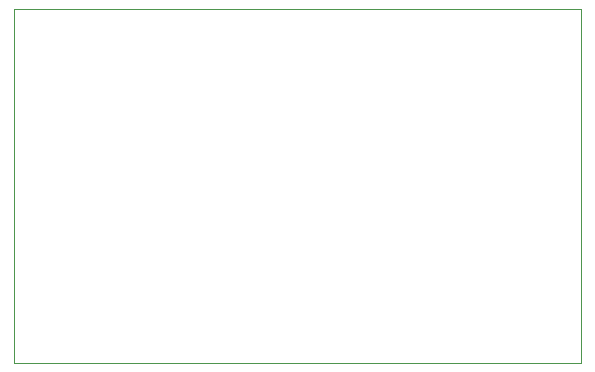
<source format=gbr>
%FSLAX34Y34*%
%MOMM*%
%LNOUTLINE*%
G71*
G01*
%ADD10C,0.002*%
%LPD*%
G54D10*
X0Y300000D02*
X480000Y300000D01*
X480000Y0D01*
X0Y0D01*
X0Y300000D01*
M02*

</source>
